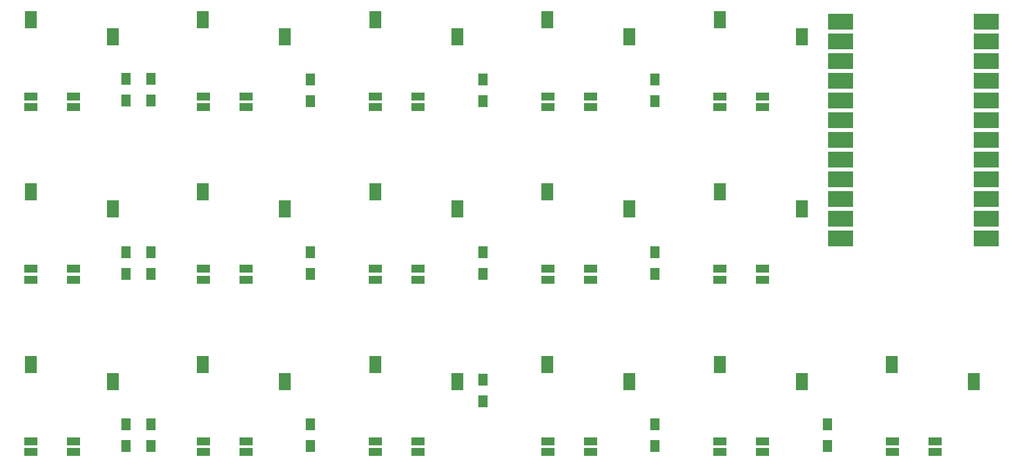
<source format=gbp>
G04 #@! TF.GenerationSoftware,KiCad,Pcbnew,(6.0.1-0)*
G04 #@! TF.CreationDate,2023-03-21T08:23:48-07:00*
G04 #@! TF.ProjectId,pcb,7063622e-6b69-4636-9164-5f7063625858,rev?*
G04 #@! TF.SameCoordinates,Original*
G04 #@! TF.FileFunction,Paste,Bot*
G04 #@! TF.FilePolarity,Positive*
%FSLAX46Y46*%
G04 Gerber Fmt 4.6, Leading zero omitted, Abs format (unit mm)*
G04 Created by KiCad (PCBNEW (6.0.1-0)) date 2023-03-21 08:23:48*
%MOMM*%
%LPD*%
G01*
G04 APERTURE LIST*
%ADD10R,1.700000X1.000000*%
%ADD11R,1.600000X2.200000*%
%ADD12R,1.200000X1.600000*%
%ADD13R,3.250000X2.000000*%
G04 APERTURE END LIST*
D10*
X150387500Y-91917750D03*
X150387500Y-90517750D03*
X144887500Y-90517750D03*
X144887500Y-91917750D03*
D11*
X144837500Y-80618750D03*
X155437500Y-82818750D03*
D10*
X150387500Y-114142750D03*
X150387500Y-112742750D03*
X144887500Y-112742750D03*
X144887500Y-114142750D03*
D11*
X144837500Y-102843750D03*
X155437500Y-105043750D03*
D10*
X83712500Y-91917750D03*
X83712500Y-90517750D03*
X78212500Y-90517750D03*
X78212500Y-91917750D03*
D11*
X78162500Y-80618750D03*
X88762500Y-82818750D03*
D10*
X105937500Y-114142750D03*
X105937500Y-112742750D03*
X100437500Y-112742750D03*
X100437500Y-114142750D03*
D11*
X100387500Y-102843750D03*
X110987500Y-105043750D03*
D10*
X83712500Y-69692750D03*
X83712500Y-68292750D03*
X78212500Y-68292750D03*
X78212500Y-69692750D03*
D11*
X78162500Y-58393750D03*
X88762500Y-60593750D03*
D10*
X83712500Y-114142750D03*
X83712500Y-112742750D03*
X78212500Y-112742750D03*
X78212500Y-114142750D03*
D11*
X78162500Y-102843750D03*
X88762500Y-105043750D03*
D10*
X128162500Y-69692750D03*
X128162500Y-68292750D03*
X122662500Y-68292750D03*
X122662500Y-69692750D03*
D11*
X122612500Y-58393750D03*
X133212500Y-60593750D03*
D10*
X172612500Y-69692750D03*
X172612500Y-68292750D03*
X167112500Y-68292750D03*
X167112500Y-69692750D03*
D11*
X167062500Y-58393750D03*
X177662500Y-60593750D03*
D10*
X128162500Y-114142750D03*
X128162500Y-112742750D03*
X122662500Y-112742750D03*
X122662500Y-114142750D03*
D11*
X122612500Y-102843750D03*
X133212500Y-105043750D03*
D10*
X172612500Y-114142750D03*
X172612500Y-112742750D03*
X167112500Y-112742750D03*
X167112500Y-114142750D03*
D11*
X167062500Y-102843750D03*
X177662500Y-105043750D03*
D10*
X105937500Y-91917750D03*
X105937500Y-90517750D03*
X100437500Y-90517750D03*
X100437500Y-91917750D03*
D11*
X100387500Y-80618750D03*
X110987500Y-82818750D03*
D10*
X150387500Y-69692750D03*
X150387500Y-68292750D03*
X144887500Y-68292750D03*
X144887500Y-69692750D03*
D11*
X144837500Y-58393750D03*
X155437500Y-60593750D03*
D10*
X194837500Y-114142750D03*
X194837500Y-112742750D03*
X189337500Y-112742750D03*
X189337500Y-114142750D03*
D11*
X189287500Y-102843750D03*
X199887500Y-105043750D03*
D10*
X105937500Y-69692750D03*
X105937500Y-68292750D03*
X100437500Y-68292750D03*
X100437500Y-69692750D03*
D11*
X100387500Y-58393750D03*
X110987500Y-60593750D03*
D10*
X128162500Y-91917750D03*
X128162500Y-90517750D03*
X122662500Y-90517750D03*
X122662500Y-91917750D03*
D11*
X122612500Y-80618750D03*
X133212500Y-82818750D03*
D10*
X172612500Y-91917750D03*
X172612500Y-90517750D03*
X167112500Y-90517750D03*
X167112500Y-91917750D03*
D11*
X167062500Y-80618750D03*
X177662500Y-82818750D03*
D12*
X158750000Y-68937500D03*
X158750000Y-66137500D03*
X93662500Y-68868750D03*
X93662500Y-66068750D03*
X93662500Y-113387500D03*
X93662500Y-110587500D03*
X114300000Y-113387500D03*
X114300000Y-110587500D03*
X114300000Y-68937500D03*
X114300000Y-66137500D03*
X114300000Y-91162500D03*
X114300000Y-88362500D03*
X136525000Y-68937500D03*
X136525000Y-66137500D03*
X93662500Y-91162500D03*
X93662500Y-88362500D03*
X136525000Y-107575000D03*
X136525000Y-104775000D03*
X158750000Y-113387500D03*
X158750000Y-110587500D03*
X90487500Y-91162500D03*
X90487500Y-88362500D03*
X158750000Y-91162500D03*
X158750000Y-88362500D03*
X90487500Y-113387500D03*
X90487500Y-110587500D03*
X180975000Y-113387500D03*
X180975000Y-110587500D03*
X90487500Y-68868750D03*
X90487500Y-66068750D03*
X136525000Y-91162500D03*
X136525000Y-88362500D03*
D13*
X201485500Y-58660500D03*
X201485500Y-61200500D03*
X201485500Y-63740500D03*
X201485500Y-66280500D03*
X201485500Y-68820500D03*
X201485500Y-71360500D03*
X201485500Y-73900500D03*
X201485500Y-76440500D03*
X201485500Y-78980500D03*
X201485500Y-81520500D03*
X201485500Y-84060500D03*
X201485500Y-86600500D03*
X182689500Y-86600500D03*
X182689500Y-84060500D03*
X182689500Y-81520500D03*
X182689500Y-78980500D03*
X182689500Y-76440500D03*
X182689500Y-73900500D03*
X182689500Y-71360500D03*
X182689500Y-68820500D03*
X182689500Y-66280500D03*
X182689500Y-63740500D03*
X182689500Y-61200500D03*
X182689500Y-58660500D03*
M02*

</source>
